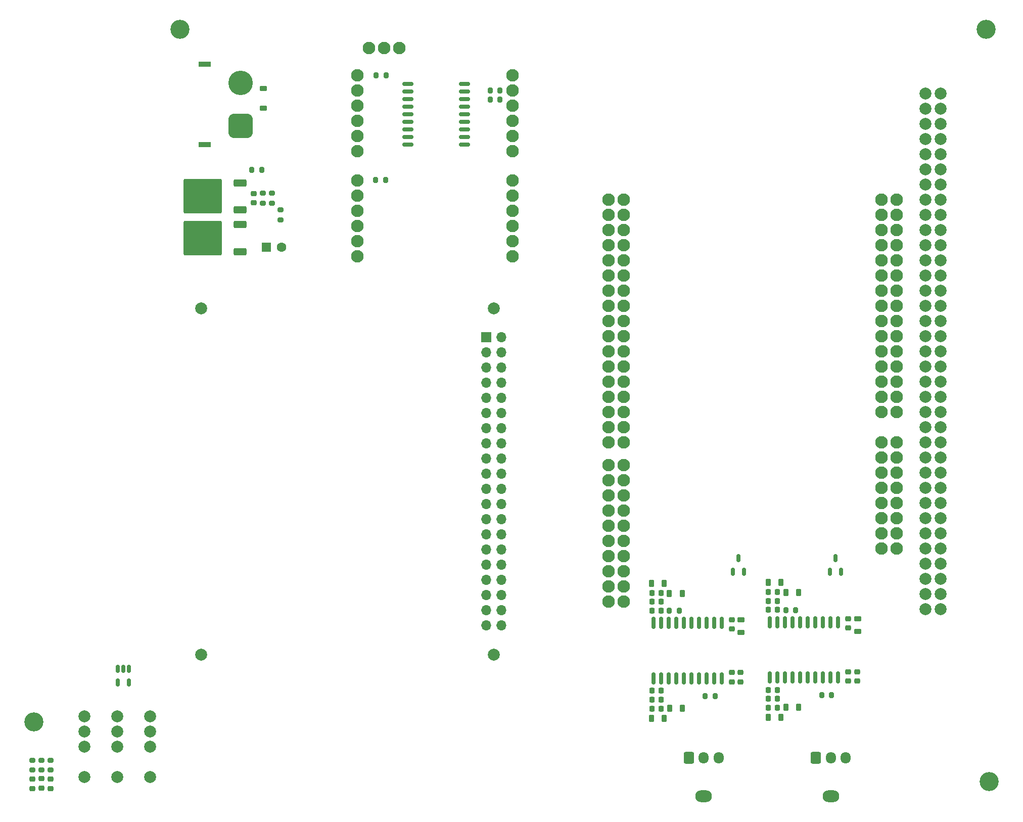
<source format=gbr>
%TF.GenerationSoftware,KiCad,Pcbnew,9.0.2*%
%TF.CreationDate,2025-09-29T11:38:53+09:00*%
%TF.ProjectId,RDC_Humanoid_Logic,5244435f-4875-46d6-916e-6f69645f4c6f,rev?*%
%TF.SameCoordinates,Original*%
%TF.FileFunction,Soldermask,Top*%
%TF.FilePolarity,Negative*%
%FSLAX46Y46*%
G04 Gerber Fmt 4.6, Leading zero omitted, Abs format (unit mm)*
G04 Created by KiCad (PCBNEW 9.0.2) date 2025-09-29 11:38:53*
%MOMM*%
%LPD*%
G01*
G04 APERTURE LIST*
G04 Aperture macros list*
%AMRoundRect*
0 Rectangle with rounded corners*
0 $1 Rounding radius*
0 $2 $3 $4 $5 $6 $7 $8 $9 X,Y pos of 4 corners*
0 Add a 4 corners polygon primitive as box body*
4,1,4,$2,$3,$4,$5,$6,$7,$8,$9,$2,$3,0*
0 Add four circle primitives for the rounded corners*
1,1,$1+$1,$2,$3*
1,1,$1+$1,$4,$5*
1,1,$1+$1,$6,$7*
1,1,$1+$1,$8,$9*
0 Add four rect primitives between the rounded corners*
20,1,$1+$1,$2,$3,$4,$5,0*
20,1,$1+$1,$4,$5,$6,$7,0*
20,1,$1+$1,$6,$7,$8,$9,0*
20,1,$1+$1,$8,$9,$2,$3,0*%
G04 Aperture macros list end*
%ADD10C,2.100000*%
%ADD11C,2.000000*%
%ADD12RoundRect,0.200000X-0.275000X0.200000X-0.275000X-0.200000X0.275000X-0.200000X0.275000X0.200000X0*%
%ADD13RoundRect,0.225000X-0.250000X0.225000X-0.250000X-0.225000X0.250000X-0.225000X0.250000X0.225000X0*%
%ADD14O,2.800000X2.000000*%
%ADD15RoundRect,0.250000X-0.600000X-0.725000X0.600000X-0.725000X0.600000X0.725000X-0.600000X0.725000X0*%
%ADD16O,1.700000X1.950000*%
%ADD17RoundRect,0.225000X0.225000X0.250000X-0.225000X0.250000X-0.225000X-0.250000X0.225000X-0.250000X0*%
%ADD18RoundRect,0.200000X0.200000X0.275000X-0.200000X0.275000X-0.200000X-0.275000X0.200000X-0.275000X0*%
%ADD19RoundRect,0.218750X-0.256250X0.218750X-0.256250X-0.218750X0.256250X-0.218750X0.256250X0.218750X0*%
%ADD20RoundRect,0.225000X0.250000X-0.225000X0.250000X0.225000X-0.250000X0.225000X-0.250000X-0.225000X0*%
%ADD21R,1.700000X1.700000*%
%ADD22O,1.700000X1.700000*%
%ADD23RoundRect,0.250000X0.850000X0.350000X-0.850000X0.350000X-0.850000X-0.350000X0.850000X-0.350000X0*%
%ADD24RoundRect,0.249997X2.950003X2.650003X-2.950003X2.650003X-2.950003X-2.650003X2.950003X-2.650003X0*%
%ADD25RoundRect,0.218750X0.381250X-0.218750X0.381250X0.218750X-0.381250X0.218750X-0.381250X-0.218750X0*%
%ADD26RoundRect,0.150000X0.150000X-0.512500X0.150000X0.512500X-0.150000X0.512500X-0.150000X-0.512500X0*%
%ADD27RoundRect,0.218750X0.218750X0.381250X-0.218750X0.381250X-0.218750X-0.381250X0.218750X-0.381250X0*%
%ADD28RoundRect,0.200000X-0.200000X-0.275000X0.200000X-0.275000X0.200000X0.275000X-0.200000X0.275000X0*%
%ADD29RoundRect,0.150000X-0.150000X0.875000X-0.150000X-0.875000X0.150000X-0.875000X0.150000X0.875000X0*%
%ADD30C,3.200000*%
%ADD31RoundRect,0.200000X0.275000X-0.200000X0.275000X0.200000X-0.275000X0.200000X-0.275000X-0.200000X0*%
%ADD32RoundRect,0.218750X-0.218750X-0.381250X0.218750X-0.381250X0.218750X0.381250X-0.218750X0.381250X0*%
%ADD33RoundRect,0.150000X-0.150000X0.512500X-0.150000X-0.512500X0.150000X-0.512500X0.150000X0.512500X0*%
%ADD34R,1.600000X1.600000*%
%ADD35C,1.600000*%
%ADD36RoundRect,0.150000X0.800000X0.150000X-0.800000X0.150000X-0.800000X-0.150000X0.800000X-0.150000X0*%
%ADD37R,2.000000X0.900000*%
%ADD38RoundRect,1.025000X1.025000X-1.025000X1.025000X1.025000X-1.025000X1.025000X-1.025000X-1.025000X0*%
%ADD39C,4.100000*%
%ADD40RoundRect,0.225000X-0.375000X0.225000X-0.375000X-0.225000X0.375000X-0.225000X0.375000X0.225000X0*%
G04 APERTURE END LIST*
D10*
%TO.C,U3*%
X206000000Y-118960000D03*
X203460000Y-118960000D03*
X206000000Y-116420000D03*
X203460000Y-116420000D03*
X206000000Y-113880000D03*
X203460000Y-113880000D03*
X206000000Y-111340000D03*
X203460000Y-111340000D03*
X206000000Y-108800000D03*
X203460000Y-108800000D03*
X206000000Y-106260000D03*
X203460000Y-106260000D03*
X206000000Y-103720000D03*
X203460000Y-103720000D03*
X206000000Y-101180000D03*
X203460000Y-101180000D03*
X206000000Y-96100000D03*
X203460000Y-96100000D03*
X206000000Y-93560000D03*
X203460000Y-93560000D03*
X206000000Y-91020000D03*
X203460000Y-91020000D03*
X206000000Y-88480000D03*
X203460000Y-88480000D03*
X206000000Y-85940000D03*
X203460000Y-85940000D03*
X206000000Y-83400000D03*
X203460000Y-83400000D03*
X206000000Y-80860000D03*
X203460000Y-80860000D03*
X206000000Y-78320000D03*
X203460000Y-78320000D03*
X206000000Y-75780000D03*
X203460000Y-75780000D03*
X206000000Y-73240000D03*
X203460000Y-73240000D03*
X206000000Y-70700000D03*
X203460000Y-70700000D03*
X206000000Y-68160000D03*
X203460000Y-68160000D03*
X206000000Y-65620000D03*
X203460000Y-65620000D03*
X206000000Y-63080000D03*
X203460000Y-63080000D03*
X206000000Y-60540000D03*
X203460000Y-60540000D03*
X160280000Y-127850000D03*
X157740000Y-127850000D03*
X160280000Y-125310000D03*
X157740000Y-125310000D03*
X160280000Y-122770000D03*
X157740000Y-122770000D03*
X160280000Y-120230000D03*
X157740000Y-120230000D03*
X160280000Y-117690000D03*
X157740000Y-117690000D03*
X160280000Y-115150000D03*
X157740000Y-115150000D03*
X160280000Y-112610000D03*
X157740000Y-112610000D03*
X160280000Y-110070000D03*
X157740000Y-110070000D03*
X160280000Y-107530000D03*
X157740000Y-107530000D03*
X160280000Y-104990000D03*
X157740000Y-104990000D03*
X160280000Y-101180000D03*
X157740000Y-101180000D03*
X160280000Y-98640000D03*
X157740000Y-98640000D03*
X160280000Y-96100000D03*
X157740000Y-96100000D03*
X160280000Y-93560000D03*
X157740000Y-93560000D03*
X160280000Y-91020000D03*
X157740000Y-91020000D03*
X160280000Y-88480000D03*
X157740000Y-88480000D03*
X160280000Y-85940000D03*
X157740000Y-85940000D03*
X160280000Y-83400000D03*
X157740000Y-83400000D03*
X160280000Y-80860000D03*
X157740000Y-80860000D03*
X160280000Y-78320000D03*
X157740000Y-78320000D03*
X160280000Y-75780000D03*
X157740000Y-75780000D03*
X160280000Y-73240000D03*
X157740000Y-73240000D03*
X160280000Y-70700000D03*
X157740000Y-70700000D03*
X160280000Y-68160000D03*
X157740000Y-68160000D03*
X160280000Y-65620000D03*
X157740000Y-65620000D03*
X160280000Y-63080000D03*
X157740000Y-63080000D03*
X160280000Y-60540000D03*
X157740000Y-60540000D03*
D11*
X213370000Y-129120000D03*
X210830000Y-129120000D03*
X213370000Y-126580000D03*
X210830000Y-126580000D03*
X213370000Y-124040000D03*
X210830000Y-124040000D03*
X213370000Y-121500000D03*
X210830000Y-121500000D03*
X213370000Y-118960000D03*
X210830000Y-118960000D03*
X213370000Y-116420000D03*
X210830000Y-116420000D03*
X213370000Y-113880000D03*
X210830000Y-113880000D03*
X213370000Y-111340000D03*
X210830000Y-111340000D03*
X213370000Y-108800000D03*
X210830000Y-108800000D03*
X213370000Y-106260000D03*
X210830000Y-106260000D03*
X213370000Y-103720000D03*
X210830000Y-103720000D03*
X213370000Y-101180000D03*
X210830000Y-101180000D03*
X213370000Y-98640000D03*
X210830000Y-98640000D03*
X213370000Y-96100000D03*
X210830000Y-96100000D03*
X213370000Y-93560000D03*
X210830000Y-93560000D03*
X213370000Y-91020000D03*
X210830000Y-91020000D03*
X213370000Y-88480000D03*
X210830000Y-88480000D03*
X213370000Y-85940000D03*
X210830000Y-85940000D03*
X213370000Y-83400000D03*
X210830000Y-83400000D03*
X213370000Y-80860000D03*
X210830000Y-80860000D03*
X213370000Y-78320000D03*
X210830000Y-78320000D03*
X213370000Y-75780000D03*
X210830000Y-75780000D03*
X213370000Y-73240000D03*
X210830000Y-73240000D03*
X213370000Y-70700000D03*
X210830000Y-70700000D03*
X213370000Y-68160000D03*
X210830000Y-68160000D03*
X213370000Y-65620000D03*
X210830000Y-65620000D03*
X213370000Y-63080000D03*
X210830000Y-63080000D03*
X213370000Y-60540000D03*
X210830000Y-60540000D03*
X213370000Y-58000000D03*
X210830000Y-58000000D03*
X213370000Y-55460000D03*
X210830000Y-55460000D03*
X213370000Y-52920000D03*
X210830000Y-52920000D03*
X213370000Y-50380000D03*
X210830000Y-50380000D03*
X213370000Y-47840000D03*
X210830000Y-47840000D03*
X213370000Y-45300000D03*
X210830000Y-45300000D03*
X213370000Y-42760000D03*
X210830000Y-42760000D03*
%TD*%
D12*
%TO.C,R15*%
X99850000Y-59475000D03*
X99850000Y-61125000D03*
%TD*%
D13*
%TO.C,C15*%
X197881000Y-130746000D03*
X197881000Y-132296000D03*
%TD*%
D14*
%TO.C,J3*%
X195000000Y-160500000D03*
D15*
X192500000Y-154000000D03*
D16*
X195000000Y-154000000D03*
X197500000Y-154000000D03*
%TD*%
D17*
%TO.C,C5*%
X166556000Y-129396000D03*
X165006000Y-129396000D03*
%TD*%
D10*
%TO.C,for_PG1*%
X117613000Y-35160000D03*
X120153000Y-35160000D03*
X122693000Y-35160000D03*
%TD*%
D17*
%TO.C,C4*%
X166556000Y-127896000D03*
X165006000Y-127896000D03*
%TD*%
D11*
%TO.C,SW1*%
X80975000Y-157246250D03*
X80975000Y-152166250D03*
X80975000Y-149626250D03*
X80975000Y-147086250D03*
%TD*%
D18*
%TO.C,R3*%
X169602200Y-129403200D03*
X167952200Y-129403200D03*
%TD*%
D19*
%TO.C,D4*%
X62750000Y-157537500D03*
X62750000Y-159112500D03*
%TD*%
%TO.C,D2*%
X61250000Y-157575000D03*
X61250000Y-159150000D03*
%TD*%
D18*
%TO.C,R14*%
X120378000Y-57260000D03*
X118728000Y-57260000D03*
%TD*%
D11*
%TO.C,SW3*%
X69975000Y-157206250D03*
X69975000Y-152126250D03*
X69975000Y-149586250D03*
X69975000Y-147046250D03*
%TD*%
D17*
%TO.C,C12*%
X186056000Y-126246000D03*
X184506000Y-126246000D03*
%TD*%
D20*
%TO.C,C7*%
X178381000Y-141296000D03*
X178381000Y-139746000D03*
%TD*%
D13*
%TO.C,C6*%
X178381000Y-130896000D03*
X178381000Y-132446000D03*
%TD*%
D20*
%TO.C,C16*%
X197881000Y-141146000D03*
X197881000Y-139596000D03*
%TD*%
D11*
%TO.C,J4*%
X89500000Y-78750000D03*
X89500000Y-136750000D03*
X138500000Y-78750000D03*
X138500000Y-136750000D03*
D21*
X137230000Y-83620000D03*
D22*
X139770000Y-83620000D03*
X137230000Y-86160000D03*
X139770000Y-86160000D03*
X137230000Y-88700000D03*
X139770000Y-88700000D03*
X137230000Y-91240000D03*
X139770000Y-91240000D03*
X137230000Y-93780000D03*
X139770000Y-93780000D03*
X137230000Y-96320000D03*
X139770000Y-96320000D03*
X137230000Y-98860000D03*
X139770000Y-98860000D03*
X137230000Y-101400000D03*
X139770000Y-101400000D03*
X137230000Y-103940000D03*
X139770000Y-103940000D03*
X137230000Y-106480000D03*
X139770000Y-106480000D03*
X137230000Y-109020000D03*
X139770000Y-109020000D03*
X137230000Y-111560000D03*
X139770000Y-111560000D03*
X137230000Y-114100000D03*
X139770000Y-114100000D03*
X137230000Y-116640000D03*
X139770000Y-116640000D03*
X137230000Y-119180000D03*
X139770000Y-119180000D03*
X137230000Y-121720000D03*
X139770000Y-121720000D03*
X137230000Y-124260000D03*
X139770000Y-124260000D03*
X137230000Y-126800000D03*
X139770000Y-126800000D03*
X137230000Y-129340000D03*
X139770000Y-129340000D03*
X137230000Y-131880000D03*
X139770000Y-131880000D03*
%TD*%
D19*
%TO.C,D3*%
X64250000Y-157575000D03*
X64250000Y-159150000D03*
%TD*%
D23*
%TO.C,Q2*%
X96050000Y-69280000D03*
D24*
X89750000Y-67000000D03*
D23*
X96050000Y-64720000D03*
%TD*%
D25*
%TO.C,FB3*%
X179981000Y-132996000D03*
X179981000Y-130871000D03*
%TD*%
D14*
%TO.C,J2*%
X173700000Y-160500000D03*
D15*
X171200000Y-154000000D03*
D16*
X173700000Y-154000000D03*
X176200000Y-154000000D03*
%TD*%
D13*
%TO.C,C2*%
X98350000Y-59525000D03*
X98350000Y-61075000D03*
%TD*%
D26*
%TO.C,J6*%
X178550000Y-122887500D03*
X180450000Y-122887500D03*
X179500000Y-120612500D03*
%TD*%
D27*
%TO.C,FB7*%
X189606000Y-126346000D03*
X187481000Y-126346000D03*
%TD*%
D25*
%TO.C,FB8*%
X199481000Y-132846000D03*
X199481000Y-130721000D03*
%TD*%
D28*
%TO.C,R7*%
X137925000Y-43750000D03*
X139575000Y-43750000D03*
%TD*%
D18*
%TO.C,R4*%
X175606000Y-143696000D03*
X173956000Y-143696000D03*
%TD*%
D29*
%TO.C,U1*%
X176696000Y-131446000D03*
X175426000Y-131446000D03*
X174156000Y-131446000D03*
X172886000Y-131446000D03*
X171616000Y-131446000D03*
X170346000Y-131446000D03*
X169076000Y-131446000D03*
X167806000Y-131446000D03*
X166536000Y-131446000D03*
X165266000Y-131446000D03*
X165266000Y-140746000D03*
X166536000Y-140746000D03*
X167806000Y-140746000D03*
X169076000Y-140746000D03*
X170346000Y-140746000D03*
X171616000Y-140746000D03*
X172886000Y-140746000D03*
X174156000Y-140746000D03*
X175426000Y-140746000D03*
X176696000Y-140746000D03*
%TD*%
D10*
%TO.C,to_STM1*%
X115673000Y-39710000D03*
X115673000Y-42250000D03*
X115673000Y-44790000D03*
X115673000Y-47330000D03*
X115673000Y-49870000D03*
X115673000Y-52410000D03*
X141633000Y-52410000D03*
X141633000Y-49870000D03*
X141633000Y-47330000D03*
X141633000Y-44790000D03*
X141633000Y-42250000D03*
X141633000Y-39710000D03*
%TD*%
D20*
%TO.C,C18*%
X199381000Y-141146000D03*
X199381000Y-139596000D03*
%TD*%
D30*
%TO.C,H1*%
X221000000Y-32000000D03*
%TD*%
D31*
%TO.C,R10*%
X64250000Y-156075000D03*
X64250000Y-154425000D03*
%TD*%
D30*
%TO.C,H2*%
X86000000Y-32000000D03*
%TD*%
D10*
%TO.C,to_RPI1*%
X115673000Y-57310000D03*
X115673000Y-59850000D03*
X115673000Y-62390000D03*
X115673000Y-64930000D03*
X115673000Y-67470000D03*
X115673000Y-70010000D03*
X141633000Y-70010000D03*
X141633000Y-67470000D03*
X141633000Y-64930000D03*
X141633000Y-62390000D03*
X141633000Y-59850000D03*
X141633000Y-57310000D03*
%TD*%
D17*
%TO.C,C20*%
X186056000Y-145646000D03*
X184506000Y-145646000D03*
%TD*%
D31*
%TO.C,R12*%
X102850000Y-63925000D03*
X102850000Y-62275000D03*
%TD*%
D17*
%TO.C,C10*%
X166556000Y-144296000D03*
X165006000Y-144296000D03*
%TD*%
D28*
%TO.C,R1*%
X98025000Y-55600000D03*
X99675000Y-55600000D03*
%TD*%
D32*
%TO.C,FB5*%
X164981000Y-147396000D03*
X167106000Y-147396000D03*
%TD*%
D17*
%TO.C,C14*%
X186056000Y-129246000D03*
X184506000Y-129246000D03*
%TD*%
D27*
%TO.C,FB6*%
X186606000Y-124646000D03*
X184481000Y-124646000D03*
%TD*%
D32*
%TO.C,FB10*%
X184481000Y-147246000D03*
X186606000Y-147246000D03*
%TD*%
%TO.C,FB4*%
X167981000Y-145696000D03*
X170106000Y-145696000D03*
%TD*%
D23*
%TO.C,Q1*%
X96050000Y-62280000D03*
D24*
X89750000Y-60000000D03*
D23*
X96050000Y-57720000D03*
%TD*%
D20*
%TO.C,C9*%
X179881000Y-141296000D03*
X179881000Y-139746000D03*
%TD*%
D17*
%TO.C,C17*%
X186056000Y-142646000D03*
X184506000Y-142646000D03*
%TD*%
%TO.C,C8*%
X166556000Y-142796000D03*
X165006000Y-142796000D03*
%TD*%
D18*
%TO.C,R5*%
X189096200Y-129276200D03*
X187446200Y-129276200D03*
%TD*%
D11*
%TO.C,SW2*%
X75475000Y-157246250D03*
X75475000Y-152166250D03*
X75475000Y-149626250D03*
X75475000Y-147086250D03*
%TD*%
D17*
%TO.C,C13*%
X186056000Y-127746000D03*
X184506000Y-127746000D03*
%TD*%
D30*
%TO.C,H4*%
X61500000Y-148000000D03*
%TD*%
D33*
%TO.C,J5*%
X77450000Y-139112500D03*
X76500000Y-139112500D03*
X75550000Y-139112500D03*
X75550000Y-141387500D03*
X77450000Y-141387500D03*
%TD*%
D30*
%TO.C,H3*%
X221500000Y-158000000D03*
%TD*%
D17*
%TO.C,C11*%
X166556000Y-145796000D03*
X165006000Y-145796000D03*
%TD*%
D34*
%TO.C,C1*%
X100456000Y-68536000D03*
D35*
X102956000Y-68536000D03*
%TD*%
D31*
%TO.C,R2*%
X101350000Y-61125000D03*
X101350000Y-59475000D03*
%TD*%
D18*
%TO.C,R13*%
X120478000Y-39750000D03*
X118828000Y-39750000D03*
%TD*%
D17*
%TO.C,C19*%
X186056000Y-144146000D03*
X184506000Y-144146000D03*
%TD*%
D26*
%TO.C,J7*%
X194800000Y-122887500D03*
X196700000Y-122887500D03*
X195750000Y-120612500D03*
%TD*%
D29*
%TO.C,U2*%
X196196000Y-131296000D03*
X194926000Y-131296000D03*
X193656000Y-131296000D03*
X192386000Y-131296000D03*
X191116000Y-131296000D03*
X189846000Y-131296000D03*
X188576000Y-131296000D03*
X187306000Y-131296000D03*
X186036000Y-131296000D03*
X184766000Y-131296000D03*
X184766000Y-140596000D03*
X186036000Y-140596000D03*
X187306000Y-140596000D03*
X188576000Y-140596000D03*
X189846000Y-140596000D03*
X191116000Y-140596000D03*
X192386000Y-140596000D03*
X193656000Y-140596000D03*
X194926000Y-140596000D03*
X196196000Y-140596000D03*
%TD*%
D17*
%TO.C,C3*%
X166556000Y-126396000D03*
X165006000Y-126396000D03*
%TD*%
D27*
%TO.C,FB1*%
X167106000Y-124796000D03*
X164981000Y-124796000D03*
%TD*%
D28*
%TO.C,R8*%
X137925000Y-42250000D03*
X139575000Y-42250000D03*
%TD*%
D36*
%TO.C,U4*%
X133600000Y-51284000D03*
X133600000Y-50014000D03*
X133600000Y-48744000D03*
X133600000Y-47474000D03*
X133600000Y-46204000D03*
X133600000Y-44934000D03*
X133600000Y-43664000D03*
X133600000Y-42394000D03*
X133600000Y-41124000D03*
X124150000Y-41124000D03*
X124150000Y-42394000D03*
X124150000Y-43664000D03*
X124150000Y-44934000D03*
X124150000Y-46204000D03*
X124150000Y-47474000D03*
X124150000Y-48744000D03*
X124150000Y-50014000D03*
X124150000Y-51284000D03*
%TD*%
D31*
%TO.C,R11*%
X62750000Y-156075000D03*
X62750000Y-154425000D03*
%TD*%
D27*
%TO.C,FB2*%
X170081000Y-126496000D03*
X167956000Y-126496000D03*
%TD*%
D32*
%TO.C,FB9*%
X187481000Y-145546000D03*
X189606000Y-145546000D03*
%TD*%
D37*
%TO.C,J1*%
X90150000Y-51350000D03*
X90150000Y-37850000D03*
D38*
X96150000Y-48200000D03*
D39*
X96150000Y-41000000D03*
%TD*%
D18*
%TO.C,R6*%
X195106000Y-143546000D03*
X193456000Y-143546000D03*
%TD*%
D31*
%TO.C,R9*%
X61250000Y-156075000D03*
X61250000Y-154425000D03*
%TD*%
D40*
%TO.C,D1*%
X99929000Y-41966800D03*
X99929000Y-45266800D03*
%TD*%
M02*

</source>
